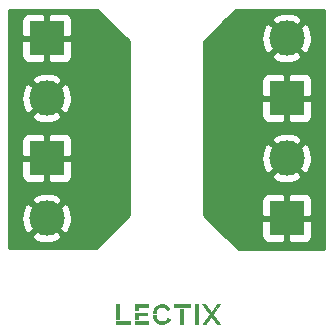
<source format=gtl>
G04 #@! TF.GenerationSoftware,KiCad,Pcbnew,6.0.9-8da3e8f707~116~ubuntu20.04.1*
G04 #@! TF.CreationDate,2023-04-19T17:51:41+00:00*
G04 #@! TF.ProjectId,LEC030301,4c454330-3330-4333-9031-2e6b69636164,rev?*
G04 #@! TF.SameCoordinates,Original*
G04 #@! TF.FileFunction,Copper,L1,Top*
G04 #@! TF.FilePolarity,Positive*
%FSLAX46Y46*%
G04 Gerber Fmt 4.6, Leading zero omitted, Abs format (unit mm)*
G04 Created by KiCad (PCBNEW 6.0.9-8da3e8f707~116~ubuntu20.04.1) date 2023-04-19 17:51:41*
%MOMM*%
%LPD*%
G01*
G04 APERTURE LIST*
G04 #@! TA.AperFunction,EtchedComponent*
%ADD10C,0.010000*%
G04 #@! TD*
G04 #@! TA.AperFunction,ComponentPad*
%ADD11R,3.000000X3.000000*%
G04 #@! TD*
G04 #@! TA.AperFunction,ComponentPad*
%ADD12C,3.000000*%
G04 #@! TD*
G04 #@! TA.AperFunction,Conductor*
%ADD13C,0.254000*%
G04 #@! TD*
G04 APERTURE END LIST*
G04 #@! TO.C,LOGO1*
G36*
X197416304Y-80960092D02*
G01*
X197434850Y-80960188D01*
X197548296Y-80960850D01*
X197242148Y-81379183D01*
X197212064Y-81420298D01*
X197182787Y-81460325D01*
X197154458Y-81499069D01*
X197127217Y-81536338D01*
X197101206Y-81571940D01*
X197076566Y-81605680D01*
X197053436Y-81637366D01*
X197031957Y-81666806D01*
X197012271Y-81693806D01*
X196994518Y-81718172D01*
X196978839Y-81739713D01*
X196965374Y-81758236D01*
X196954265Y-81773546D01*
X196945651Y-81785452D01*
X196939674Y-81793760D01*
X196936474Y-81798277D01*
X196935946Y-81799087D01*
X196937407Y-81801269D01*
X196941707Y-81807370D01*
X196948703Y-81817192D01*
X196958256Y-81830541D01*
X196970224Y-81847220D01*
X196984465Y-81867032D01*
X197000838Y-81889783D01*
X197019202Y-81915275D01*
X197039416Y-81943314D01*
X197061337Y-81973701D01*
X197084825Y-82006243D01*
X197109739Y-82040742D01*
X197135938Y-82077003D01*
X197163279Y-82114829D01*
X197191622Y-82154025D01*
X197220825Y-82194395D01*
X197232671Y-82210766D01*
X197262190Y-82251564D01*
X197290913Y-82291274D01*
X197318699Y-82329701D01*
X197345405Y-82366647D01*
X197370889Y-82401916D01*
X197395010Y-82435310D01*
X197417626Y-82466635D01*
X197438595Y-82495692D01*
X197457775Y-82522285D01*
X197475025Y-82546218D01*
X197490202Y-82567293D01*
X197503164Y-82585315D01*
X197513770Y-82600086D01*
X197521878Y-82611411D01*
X197527346Y-82619091D01*
X197530033Y-82622932D01*
X197530296Y-82623347D01*
X197528016Y-82623981D01*
X197520822Y-82624522D01*
X197508878Y-82624969D01*
X197492349Y-82625317D01*
X197471400Y-82625563D01*
X197446196Y-82625703D01*
X197417266Y-82625734D01*
X197303390Y-82625649D01*
X197062090Y-82291780D01*
X197035526Y-82255037D01*
X197009765Y-82219426D01*
X196984965Y-82185163D01*
X196961283Y-82152466D01*
X196938876Y-82121550D01*
X196917902Y-82092632D01*
X196898517Y-82065929D01*
X196880880Y-82041658D01*
X196865147Y-82020034D01*
X196851475Y-82001274D01*
X196840023Y-81985596D01*
X196830948Y-81973215D01*
X196824406Y-81964347D01*
X196820556Y-81959211D01*
X196819520Y-81957933D01*
X196817906Y-81959950D01*
X196813455Y-81965854D01*
X196806324Y-81975427D01*
X196796674Y-81988455D01*
X196784661Y-82004722D01*
X196770447Y-82024010D01*
X196754188Y-82046106D01*
X196736044Y-82070791D01*
X196716173Y-82097851D01*
X196694734Y-82127070D01*
X196671887Y-82158231D01*
X196647789Y-82191119D01*
X196622600Y-82225518D01*
X196596477Y-82261211D01*
X196575680Y-82289644D01*
X196548925Y-82326214D01*
X196522965Y-82361667D01*
X196497961Y-82395786D01*
X196474072Y-82428355D01*
X196451458Y-82459156D01*
X196430279Y-82487973D01*
X196410693Y-82514589D01*
X196392863Y-82538787D01*
X196376946Y-82560350D01*
X196363102Y-82579061D01*
X196351493Y-82594704D01*
X196342276Y-82607061D01*
X196335613Y-82615916D01*
X196331662Y-82621051D01*
X196330570Y-82622335D01*
X196327574Y-82622529D01*
X196320025Y-82622680D01*
X196308450Y-82622789D01*
X196293375Y-82622853D01*
X196275327Y-82622870D01*
X196254833Y-82622839D01*
X196232419Y-82622759D01*
X196215648Y-82622672D01*
X196103267Y-82622010D01*
X196709225Y-81793970D01*
X196751717Y-81735907D01*
X196793457Y-81678878D01*
X196834343Y-81623019D01*
X196874276Y-81568469D01*
X196913154Y-81515363D01*
X196950878Y-81463839D01*
X196987347Y-81414036D01*
X197022459Y-81366089D01*
X197056115Y-81320136D01*
X197088214Y-81276314D01*
X197118655Y-81234761D01*
X197147338Y-81195614D01*
X197174162Y-81159011D01*
X197199027Y-81125087D01*
X197221832Y-81093981D01*
X197242477Y-81065831D01*
X197260860Y-81040772D01*
X197276882Y-81018943D01*
X197290441Y-81000481D01*
X197301437Y-80985522D01*
X197309771Y-80974205D01*
X197315340Y-80966667D01*
X197318045Y-80963044D01*
X197318294Y-80962728D01*
X197320129Y-80961936D01*
X197324193Y-80961292D01*
X197330860Y-80960789D01*
X197340504Y-80960418D01*
X197353497Y-80960171D01*
X197370212Y-80960039D01*
X197391024Y-80960016D01*
X197416304Y-80960092D01*
G37*
D10*
X197416304Y-80960092D02*
X197434850Y-80960188D01*
X197548296Y-80960850D01*
X197242148Y-81379183D01*
X197212064Y-81420298D01*
X197182787Y-81460325D01*
X197154458Y-81499069D01*
X197127217Y-81536338D01*
X197101206Y-81571940D01*
X197076566Y-81605680D01*
X197053436Y-81637366D01*
X197031957Y-81666806D01*
X197012271Y-81693806D01*
X196994518Y-81718172D01*
X196978839Y-81739713D01*
X196965374Y-81758236D01*
X196954265Y-81773546D01*
X196945651Y-81785452D01*
X196939674Y-81793760D01*
X196936474Y-81798277D01*
X196935946Y-81799087D01*
X196937407Y-81801269D01*
X196941707Y-81807370D01*
X196948703Y-81817192D01*
X196958256Y-81830541D01*
X196970224Y-81847220D01*
X196984465Y-81867032D01*
X197000838Y-81889783D01*
X197019202Y-81915275D01*
X197039416Y-81943314D01*
X197061337Y-81973701D01*
X197084825Y-82006243D01*
X197109739Y-82040742D01*
X197135938Y-82077003D01*
X197163279Y-82114829D01*
X197191622Y-82154025D01*
X197220825Y-82194395D01*
X197232671Y-82210766D01*
X197262190Y-82251564D01*
X197290913Y-82291274D01*
X197318699Y-82329701D01*
X197345405Y-82366647D01*
X197370889Y-82401916D01*
X197395010Y-82435310D01*
X197417626Y-82466635D01*
X197438595Y-82495692D01*
X197457775Y-82522285D01*
X197475025Y-82546218D01*
X197490202Y-82567293D01*
X197503164Y-82585315D01*
X197513770Y-82600086D01*
X197521878Y-82611411D01*
X197527346Y-82619091D01*
X197530033Y-82622932D01*
X197530296Y-82623347D01*
X197528016Y-82623981D01*
X197520822Y-82624522D01*
X197508878Y-82624969D01*
X197492349Y-82625317D01*
X197471400Y-82625563D01*
X197446196Y-82625703D01*
X197417266Y-82625734D01*
X197303390Y-82625649D01*
X197062090Y-82291780D01*
X197035526Y-82255037D01*
X197009765Y-82219426D01*
X196984965Y-82185163D01*
X196961283Y-82152466D01*
X196938876Y-82121550D01*
X196917902Y-82092632D01*
X196898517Y-82065929D01*
X196880880Y-82041658D01*
X196865147Y-82020034D01*
X196851475Y-82001274D01*
X196840023Y-81985596D01*
X196830948Y-81973215D01*
X196824406Y-81964347D01*
X196820556Y-81959211D01*
X196819520Y-81957933D01*
X196817906Y-81959950D01*
X196813455Y-81965854D01*
X196806324Y-81975427D01*
X196796674Y-81988455D01*
X196784661Y-82004722D01*
X196770447Y-82024010D01*
X196754188Y-82046106D01*
X196736044Y-82070791D01*
X196716173Y-82097851D01*
X196694734Y-82127070D01*
X196671887Y-82158231D01*
X196647789Y-82191119D01*
X196622600Y-82225518D01*
X196596477Y-82261211D01*
X196575680Y-82289644D01*
X196548925Y-82326214D01*
X196522965Y-82361667D01*
X196497961Y-82395786D01*
X196474072Y-82428355D01*
X196451458Y-82459156D01*
X196430279Y-82487973D01*
X196410693Y-82514589D01*
X196392863Y-82538787D01*
X196376946Y-82560350D01*
X196363102Y-82579061D01*
X196351493Y-82594704D01*
X196342276Y-82607061D01*
X196335613Y-82615916D01*
X196331662Y-82621051D01*
X196330570Y-82622335D01*
X196327574Y-82622529D01*
X196320025Y-82622680D01*
X196308450Y-82622789D01*
X196293375Y-82622853D01*
X196275327Y-82622870D01*
X196254833Y-82622839D01*
X196232419Y-82622759D01*
X196215648Y-82622672D01*
X196103267Y-82622010D01*
X196709225Y-81793970D01*
X196751717Y-81735907D01*
X196793457Y-81678878D01*
X196834343Y-81623019D01*
X196874276Y-81568469D01*
X196913154Y-81515363D01*
X196950878Y-81463839D01*
X196987347Y-81414036D01*
X197022459Y-81366089D01*
X197056115Y-81320136D01*
X197088214Y-81276314D01*
X197118655Y-81234761D01*
X197147338Y-81195614D01*
X197174162Y-81159011D01*
X197199027Y-81125087D01*
X197221832Y-81093981D01*
X197242477Y-81065831D01*
X197260860Y-81040772D01*
X197276882Y-81018943D01*
X197290441Y-81000481D01*
X197301437Y-80985522D01*
X197309771Y-80974205D01*
X197315340Y-80966667D01*
X197318045Y-80963044D01*
X197318294Y-80962728D01*
X197320129Y-80961936D01*
X197324193Y-80961292D01*
X197330860Y-80960789D01*
X197340504Y-80960418D01*
X197353497Y-80960171D01*
X197370212Y-80960039D01*
X197391024Y-80960016D01*
X197416304Y-80960092D01*
G36*
X192098402Y-81915255D02*
G01*
X192103120Y-81964642D01*
X192112714Y-82013391D01*
X192126988Y-82061126D01*
X192145743Y-82107472D01*
X192168784Y-82152055D01*
X192195913Y-82194500D01*
X192226933Y-82234432D01*
X192261648Y-82271476D01*
X192299860Y-82305258D01*
X192305940Y-82310066D01*
X192346038Y-82338193D01*
X192389345Y-82362754D01*
X192435214Y-82383491D01*
X192482999Y-82400147D01*
X192532054Y-82412466D01*
X192581733Y-82420191D01*
X192583061Y-82420331D01*
X192604417Y-82421812D01*
X192629012Y-82422277D01*
X192655170Y-82421784D01*
X192681216Y-82420393D01*
X192705475Y-82418161D01*
X192725040Y-82415369D01*
X192775420Y-82403968D01*
X192824171Y-82388011D01*
X192870973Y-82367722D01*
X192915506Y-82343326D01*
X192957447Y-82315050D01*
X192996477Y-82283119D01*
X193032275Y-82247757D01*
X193064521Y-82209189D01*
X193092893Y-82167642D01*
X193103459Y-82149570D01*
X193107764Y-82141866D01*
X193110977Y-82136162D01*
X193112419Y-82133660D01*
X193112428Y-82133648D01*
X193114718Y-82134589D01*
X193120966Y-82137586D01*
X193130622Y-82142356D01*
X193143134Y-82148617D01*
X193157950Y-82156087D01*
X193174518Y-82164484D01*
X193192288Y-82173526D01*
X193210709Y-82182930D01*
X193229227Y-82192414D01*
X193247292Y-82201697D01*
X193264353Y-82210496D01*
X193279857Y-82218530D01*
X193293254Y-82225515D01*
X193303992Y-82231170D01*
X193311519Y-82235212D01*
X193315284Y-82237360D01*
X193315579Y-82237574D01*
X193316342Y-82239476D01*
X193315650Y-82242864D01*
X193313236Y-82248246D01*
X193308829Y-82256130D01*
X193302161Y-82267022D01*
X193292963Y-82281432D01*
X193289532Y-82286730D01*
X193253745Y-82337247D01*
X193214233Y-82384456D01*
X193171253Y-82428181D01*
X193125061Y-82468245D01*
X193075915Y-82504473D01*
X193024071Y-82536690D01*
X192969786Y-82564719D01*
X192913317Y-82588386D01*
X192854922Y-82607513D01*
X192801386Y-82620608D01*
X192780451Y-82624715D01*
X192761307Y-82627937D01*
X192742786Y-82630387D01*
X192723721Y-82632177D01*
X192702944Y-82633419D01*
X192679286Y-82634226D01*
X192655190Y-82634665D01*
X192636965Y-82634860D01*
X192620071Y-82634960D01*
X192605281Y-82634966D01*
X192593367Y-82634880D01*
X192585103Y-82634704D01*
X192581530Y-82634485D01*
X192575642Y-82633741D01*
X192566310Y-82632630D01*
X192555138Y-82631341D01*
X192549780Y-82630735D01*
X192494003Y-82622047D01*
X192438007Y-82608574D01*
X192382401Y-82590545D01*
X192327794Y-82568188D01*
X192274797Y-82541731D01*
X192224019Y-82511401D01*
X192215770Y-82505955D01*
X192185798Y-82485098D01*
X192159044Y-82464653D01*
X192133942Y-82443317D01*
X192108927Y-82419790D01*
X192093718Y-82404501D01*
X192051520Y-82357656D01*
X192013616Y-82308179D01*
X191980086Y-82256236D01*
X191951014Y-82201994D01*
X191926482Y-82145618D01*
X191906574Y-82087274D01*
X191891371Y-82027129D01*
X191883187Y-81981477D01*
X191881980Y-81972261D01*
X191880577Y-81959810D01*
X191879087Y-81945307D01*
X191877618Y-81929937D01*
X191876281Y-81914885D01*
X191875185Y-81901334D01*
X191874438Y-81890470D01*
X191874150Y-81883505D01*
X191876602Y-81883107D01*
X191883621Y-81882738D01*
X191894692Y-81882405D01*
X191909304Y-81882119D01*
X191926941Y-81881886D01*
X191947091Y-81881717D01*
X191969241Y-81881620D01*
X191985519Y-81881600D01*
X192096899Y-81881600D01*
X192098402Y-81915255D01*
G37*
X192098402Y-81915255D02*
X192103120Y-81964642D01*
X192112714Y-82013391D01*
X192126988Y-82061126D01*
X192145743Y-82107472D01*
X192168784Y-82152055D01*
X192195913Y-82194500D01*
X192226933Y-82234432D01*
X192261648Y-82271476D01*
X192299860Y-82305258D01*
X192305940Y-82310066D01*
X192346038Y-82338193D01*
X192389345Y-82362754D01*
X192435214Y-82383491D01*
X192482999Y-82400147D01*
X192532054Y-82412466D01*
X192581733Y-82420191D01*
X192583061Y-82420331D01*
X192604417Y-82421812D01*
X192629012Y-82422277D01*
X192655170Y-82421784D01*
X192681216Y-82420393D01*
X192705475Y-82418161D01*
X192725040Y-82415369D01*
X192775420Y-82403968D01*
X192824171Y-82388011D01*
X192870973Y-82367722D01*
X192915506Y-82343326D01*
X192957447Y-82315050D01*
X192996477Y-82283119D01*
X193032275Y-82247757D01*
X193064521Y-82209189D01*
X193092893Y-82167642D01*
X193103459Y-82149570D01*
X193107764Y-82141866D01*
X193110977Y-82136162D01*
X193112419Y-82133660D01*
X193112428Y-82133648D01*
X193114718Y-82134589D01*
X193120966Y-82137586D01*
X193130622Y-82142356D01*
X193143134Y-82148617D01*
X193157950Y-82156087D01*
X193174518Y-82164484D01*
X193192288Y-82173526D01*
X193210709Y-82182930D01*
X193229227Y-82192414D01*
X193247292Y-82201697D01*
X193264353Y-82210496D01*
X193279857Y-82218530D01*
X193293254Y-82225515D01*
X193303992Y-82231170D01*
X193311519Y-82235212D01*
X193315284Y-82237360D01*
X193315579Y-82237574D01*
X193316342Y-82239476D01*
X193315650Y-82242864D01*
X193313236Y-82248246D01*
X193308829Y-82256130D01*
X193302161Y-82267022D01*
X193292963Y-82281432D01*
X193289532Y-82286730D01*
X193253745Y-82337247D01*
X193214233Y-82384456D01*
X193171253Y-82428181D01*
X193125061Y-82468245D01*
X193075915Y-82504473D01*
X193024071Y-82536690D01*
X192969786Y-82564719D01*
X192913317Y-82588386D01*
X192854922Y-82607513D01*
X192801386Y-82620608D01*
X192780451Y-82624715D01*
X192761307Y-82627937D01*
X192742786Y-82630387D01*
X192723721Y-82632177D01*
X192702944Y-82633419D01*
X192679286Y-82634226D01*
X192655190Y-82634665D01*
X192636965Y-82634860D01*
X192620071Y-82634960D01*
X192605281Y-82634966D01*
X192593367Y-82634880D01*
X192585103Y-82634704D01*
X192581530Y-82634485D01*
X192575642Y-82633741D01*
X192566310Y-82632630D01*
X192555138Y-82631341D01*
X192549780Y-82630735D01*
X192494003Y-82622047D01*
X192438007Y-82608574D01*
X192382401Y-82590545D01*
X192327794Y-82568188D01*
X192274797Y-82541731D01*
X192224019Y-82511401D01*
X192215770Y-82505955D01*
X192185798Y-82485098D01*
X192159044Y-82464653D01*
X192133942Y-82443317D01*
X192108927Y-82419790D01*
X192093718Y-82404501D01*
X192051520Y-82357656D01*
X192013616Y-82308179D01*
X191980086Y-82256236D01*
X191951014Y-82201994D01*
X191926482Y-82145618D01*
X191906574Y-82087274D01*
X191891371Y-82027129D01*
X191883187Y-81981477D01*
X191881980Y-81972261D01*
X191880577Y-81959810D01*
X191879087Y-81945307D01*
X191877618Y-81929937D01*
X191876281Y-81914885D01*
X191875185Y-81901334D01*
X191874438Y-81890470D01*
X191874150Y-81883505D01*
X191876602Y-81883107D01*
X191883621Y-81882738D01*
X191894692Y-81882405D01*
X191909304Y-81882119D01*
X191926941Y-81881886D01*
X191947091Y-81881717D01*
X191969241Y-81881620D01*
X191985519Y-81881600D01*
X192096899Y-81881600D01*
X192098402Y-81915255D01*
G36*
X189928500Y-82633440D02*
G01*
X188780420Y-82633440D01*
X188780420Y-82409920D01*
X189928500Y-82409920D01*
X189928500Y-82633440D01*
G37*
X189928500Y-82633440D02*
X188780420Y-82633440D01*
X188780420Y-82409920D01*
X189928500Y-82409920D01*
X189928500Y-82633440D01*
G36*
X191472820Y-81167860D02*
G01*
X190599060Y-81167860D01*
X190599060Y-81480280D01*
X190375540Y-81480280D01*
X190375540Y-80946880D01*
X191472820Y-80946880D01*
X191472820Y-81167860D01*
G37*
X191472820Y-81167860D02*
X190599060Y-81167860D01*
X190599060Y-81480280D01*
X190375540Y-81480280D01*
X190375540Y-80946880D01*
X191472820Y-80946880D01*
X191472820Y-81167860D01*
G36*
X189001400Y-82232120D02*
G01*
X188780420Y-82232120D01*
X188780420Y-80957040D01*
X189001400Y-80957040D01*
X189001400Y-82232120D01*
G37*
X189001400Y-82232120D02*
X188780420Y-82232120D01*
X188780420Y-80957040D01*
X189001400Y-80957040D01*
X189001400Y-82232120D01*
G36*
X195658740Y-82625820D02*
G01*
X195437760Y-82625820D01*
X195437760Y-80954500D01*
X195658740Y-80954500D01*
X195658740Y-82625820D01*
G37*
X195658740Y-82625820D02*
X195437760Y-82625820D01*
X195437760Y-80954500D01*
X195658740Y-80954500D01*
X195658740Y-82625820D01*
G36*
X192666209Y-80951115D02*
G01*
X192687949Y-80951898D01*
X192706476Y-80953135D01*
X192714880Y-80954013D01*
X192776536Y-80964111D01*
X192836482Y-80978858D01*
X192894502Y-80998120D01*
X192950380Y-81021760D01*
X193003901Y-81049642D01*
X193054850Y-81081632D01*
X193103012Y-81117592D01*
X193148171Y-81157388D01*
X193190111Y-81200884D01*
X193228617Y-81247944D01*
X193263475Y-81298433D01*
X193264753Y-81300462D01*
X193270950Y-81310604D01*
X193275873Y-81319176D01*
X193279032Y-81325284D01*
X193279933Y-81328034D01*
X193279927Y-81328046D01*
X193277616Y-81329794D01*
X193271584Y-81333936D01*
X193262376Y-81340116D01*
X193250541Y-81347976D01*
X193236627Y-81357159D01*
X193221181Y-81367308D01*
X193204750Y-81378066D01*
X193187883Y-81389075D01*
X193171127Y-81399979D01*
X193155029Y-81410419D01*
X193140138Y-81420039D01*
X193127000Y-81428482D01*
X193116165Y-81435390D01*
X193108178Y-81440407D01*
X193103588Y-81443174D01*
X193102794Y-81443584D01*
X193099968Y-81442718D01*
X193095905Y-81438095D01*
X193090305Y-81429339D01*
X193087184Y-81423914D01*
X193070089Y-81396428D01*
X193049427Y-81368002D01*
X193026229Y-81339852D01*
X193001528Y-81313197D01*
X192976356Y-81289254D01*
X192964480Y-81279140D01*
X192923846Y-81249172D01*
X192880247Y-81223127D01*
X192834196Y-81201226D01*
X192786208Y-81183690D01*
X192736797Y-81170740D01*
X192696452Y-81163813D01*
X192674946Y-81161768D01*
X192650221Y-81160722D01*
X192623760Y-81160637D01*
X192597045Y-81161480D01*
X192571557Y-81163214D01*
X192548779Y-81165804D01*
X192537826Y-81167603D01*
X192487286Y-81179608D01*
X192438775Y-81196099D01*
X192392534Y-81216857D01*
X192348804Y-81241666D01*
X192307826Y-81270308D01*
X192269841Y-81302566D01*
X192235090Y-81338223D01*
X192203814Y-81377062D01*
X192176252Y-81418864D01*
X192152648Y-81463413D01*
X192133240Y-81510492D01*
X192123199Y-81541621D01*
X192112556Y-81586052D01*
X192105928Y-81632105D01*
X192103432Y-81670145D01*
X192102028Y-81711420D01*
X191881031Y-81711420D01*
X191882507Y-81666335D01*
X191886951Y-81606765D01*
X191896239Y-81548219D01*
X191910196Y-81490945D01*
X191928643Y-81435192D01*
X191951405Y-81381206D01*
X191978306Y-81329239D01*
X192009168Y-81279537D01*
X192043816Y-81232349D01*
X192082073Y-81187923D01*
X192123762Y-81146510D01*
X192168708Y-81108355D01*
X192216733Y-81073709D01*
X192267661Y-81042820D01*
X192321316Y-81015936D01*
X192354200Y-81002046D01*
X192407077Y-80983465D01*
X192461789Y-80968763D01*
X192519205Y-80957716D01*
X192534540Y-80955434D01*
X192550719Y-80953688D01*
X192570782Y-80952339D01*
X192593544Y-80951399D01*
X192617825Y-80950875D01*
X192642441Y-80950777D01*
X192666209Y-80951115D01*
G37*
X192666209Y-80951115D02*
X192687949Y-80951898D01*
X192706476Y-80953135D01*
X192714880Y-80954013D01*
X192776536Y-80964111D01*
X192836482Y-80978858D01*
X192894502Y-80998120D01*
X192950380Y-81021760D01*
X193003901Y-81049642D01*
X193054850Y-81081632D01*
X193103012Y-81117592D01*
X193148171Y-81157388D01*
X193190111Y-81200884D01*
X193228617Y-81247944D01*
X193263475Y-81298433D01*
X193264753Y-81300462D01*
X193270950Y-81310604D01*
X193275873Y-81319176D01*
X193279032Y-81325284D01*
X193279933Y-81328034D01*
X193279927Y-81328046D01*
X193277616Y-81329794D01*
X193271584Y-81333936D01*
X193262376Y-81340116D01*
X193250541Y-81347976D01*
X193236627Y-81357159D01*
X193221181Y-81367308D01*
X193204750Y-81378066D01*
X193187883Y-81389075D01*
X193171127Y-81399979D01*
X193155029Y-81410419D01*
X193140138Y-81420039D01*
X193127000Y-81428482D01*
X193116165Y-81435390D01*
X193108178Y-81440407D01*
X193103588Y-81443174D01*
X193102794Y-81443584D01*
X193099968Y-81442718D01*
X193095905Y-81438095D01*
X193090305Y-81429339D01*
X193087184Y-81423914D01*
X193070089Y-81396428D01*
X193049427Y-81368002D01*
X193026229Y-81339852D01*
X193001528Y-81313197D01*
X192976356Y-81289254D01*
X192964480Y-81279140D01*
X192923846Y-81249172D01*
X192880247Y-81223127D01*
X192834196Y-81201226D01*
X192786208Y-81183690D01*
X192736797Y-81170740D01*
X192696452Y-81163813D01*
X192674946Y-81161768D01*
X192650221Y-81160722D01*
X192623760Y-81160637D01*
X192597045Y-81161480D01*
X192571557Y-81163214D01*
X192548779Y-81165804D01*
X192537826Y-81167603D01*
X192487286Y-81179608D01*
X192438775Y-81196099D01*
X192392534Y-81216857D01*
X192348804Y-81241666D01*
X192307826Y-81270308D01*
X192269841Y-81302566D01*
X192235090Y-81338223D01*
X192203814Y-81377062D01*
X192176252Y-81418864D01*
X192152648Y-81463413D01*
X192133240Y-81510492D01*
X192123199Y-81541621D01*
X192112556Y-81586052D01*
X192105928Y-81632105D01*
X192103432Y-81670145D01*
X192102028Y-81711420D01*
X191881031Y-81711420D01*
X191882507Y-81666335D01*
X191886951Y-81606765D01*
X191896239Y-81548219D01*
X191910196Y-81490945D01*
X191928643Y-81435192D01*
X191951405Y-81381206D01*
X191978306Y-81329239D01*
X192009168Y-81279537D01*
X192043816Y-81232349D01*
X192082073Y-81187923D01*
X192123762Y-81146510D01*
X192168708Y-81108355D01*
X192216733Y-81073709D01*
X192267661Y-81042820D01*
X192321316Y-81015936D01*
X192354200Y-81002046D01*
X192407077Y-80983465D01*
X192461789Y-80968763D01*
X192519205Y-80957716D01*
X192534540Y-80955434D01*
X192550719Y-80953688D01*
X192570782Y-80952339D01*
X192593544Y-80951399D01*
X192617825Y-80950875D01*
X192642441Y-80950777D01*
X192666209Y-80951115D01*
G36*
X194411600Y-82625820D02*
G01*
X194190620Y-82625820D01*
X194190620Y-81343120D01*
X194411600Y-81343120D01*
X194411600Y-82625820D01*
G37*
X194411600Y-82625820D02*
X194190620Y-82625820D01*
X194190620Y-81343120D01*
X194411600Y-81343120D01*
X194411600Y-82625820D01*
G36*
X194990720Y-81175480D02*
G01*
X193621660Y-81175480D01*
X193621660Y-80954500D01*
X194990720Y-80954500D01*
X194990720Y-81175480D01*
G37*
X194990720Y-81175480D02*
X193621660Y-81175480D01*
X193621660Y-80954500D01*
X194990720Y-80954500D01*
X194990720Y-81175480D01*
G36*
X196300968Y-80954500D02*
G01*
X196506269Y-81237044D01*
X196530799Y-81270835D01*
X196554493Y-81303537D01*
X196577180Y-81334909D01*
X196598689Y-81364714D01*
X196618848Y-81392711D01*
X196637487Y-81418663D01*
X196654435Y-81442329D01*
X196669520Y-81463470D01*
X196682571Y-81481848D01*
X196693418Y-81497223D01*
X196701889Y-81509356D01*
X196707814Y-81518009D01*
X196711021Y-81522942D01*
X196711570Y-81524021D01*
X196710129Y-81527001D01*
X196706077Y-81533439D01*
X196699817Y-81542779D01*
X196691755Y-81554461D01*
X196682293Y-81567928D01*
X196671838Y-81582622D01*
X196660793Y-81597984D01*
X196649562Y-81613457D01*
X196638551Y-81628483D01*
X196628162Y-81642504D01*
X196618801Y-81654962D01*
X196610872Y-81665298D01*
X196604779Y-81672955D01*
X196600927Y-81677375D01*
X196599810Y-81678247D01*
X196598071Y-81676223D01*
X196593504Y-81670295D01*
X196586264Y-81660671D01*
X196576502Y-81647561D01*
X196564373Y-81631174D01*
X196550029Y-81611719D01*
X196533625Y-81589405D01*
X196515313Y-81564442D01*
X196495247Y-81537037D01*
X196473579Y-81507402D01*
X196450465Y-81475743D01*
X196426056Y-81442272D01*
X196400506Y-81407196D01*
X196373968Y-81370724D01*
X196346596Y-81333067D01*
X196338190Y-81321493D01*
X196310558Y-81283445D01*
X196283707Y-81246468D01*
X196257789Y-81210772D01*
X196232960Y-81176572D01*
X196209374Y-81144081D01*
X196187186Y-81113511D01*
X196166549Y-81085075D01*
X196147618Y-81058985D01*
X196130548Y-81035456D01*
X196115493Y-81014699D01*
X196102608Y-80996927D01*
X196092047Y-80982354D01*
X196083964Y-80971192D01*
X196078514Y-80963654D01*
X196075851Y-80959952D01*
X196075625Y-80959630D01*
X196074877Y-80958417D01*
X196074715Y-80957412D01*
X196075563Y-80956595D01*
X196077844Y-80955947D01*
X196081981Y-80955449D01*
X196088399Y-80955081D01*
X196097522Y-80954823D01*
X196109772Y-80954655D01*
X196125573Y-80954559D01*
X196145349Y-80954514D01*
X196169525Y-80954500D01*
X196186554Y-80954499D01*
X196300968Y-80954500D01*
G37*
X196300968Y-80954500D02*
X196506269Y-81237044D01*
X196530799Y-81270835D01*
X196554493Y-81303537D01*
X196577180Y-81334909D01*
X196598689Y-81364714D01*
X196618848Y-81392711D01*
X196637487Y-81418663D01*
X196654435Y-81442329D01*
X196669520Y-81463470D01*
X196682571Y-81481848D01*
X196693418Y-81497223D01*
X196701889Y-81509356D01*
X196707814Y-81518009D01*
X196711021Y-81522942D01*
X196711570Y-81524021D01*
X196710129Y-81527001D01*
X196706077Y-81533439D01*
X196699817Y-81542779D01*
X196691755Y-81554461D01*
X196682293Y-81567928D01*
X196671838Y-81582622D01*
X196660793Y-81597984D01*
X196649562Y-81613457D01*
X196638551Y-81628483D01*
X196628162Y-81642504D01*
X196618801Y-81654962D01*
X196610872Y-81665298D01*
X196604779Y-81672955D01*
X196600927Y-81677375D01*
X196599810Y-81678247D01*
X196598071Y-81676223D01*
X196593504Y-81670295D01*
X196586264Y-81660671D01*
X196576502Y-81647561D01*
X196564373Y-81631174D01*
X196550029Y-81611719D01*
X196533625Y-81589405D01*
X196515313Y-81564442D01*
X196495247Y-81537037D01*
X196473579Y-81507402D01*
X196450465Y-81475743D01*
X196426056Y-81442272D01*
X196400506Y-81407196D01*
X196373968Y-81370724D01*
X196346596Y-81333067D01*
X196338190Y-81321493D01*
X196310558Y-81283445D01*
X196283707Y-81246468D01*
X196257789Y-81210772D01*
X196232960Y-81176572D01*
X196209374Y-81144081D01*
X196187186Y-81113511D01*
X196166549Y-81085075D01*
X196147618Y-81058985D01*
X196130548Y-81035456D01*
X196115493Y-81014699D01*
X196102608Y-80996927D01*
X196092047Y-80982354D01*
X196083964Y-80971192D01*
X196078514Y-80963654D01*
X196075851Y-80959952D01*
X196075625Y-80959630D01*
X196074877Y-80958417D01*
X196074715Y-80957412D01*
X196075563Y-80956595D01*
X196077844Y-80955947D01*
X196081981Y-80955449D01*
X196088399Y-80955081D01*
X196097522Y-80954823D01*
X196109772Y-80954655D01*
X196125573Y-80954559D01*
X196145349Y-80954514D01*
X196169525Y-80954500D01*
X196186554Y-80954499D01*
X196300968Y-80954500D01*
G36*
X191358520Y-81889220D02*
G01*
X190599060Y-81889220D01*
X190599060Y-82232120D01*
X190378080Y-82232120D01*
X190378080Y-81665700D01*
X191358520Y-81665700D01*
X191358520Y-81889220D01*
G37*
X191358520Y-81889220D02*
X190599060Y-81889220D01*
X190599060Y-82232120D01*
X190378080Y-82232120D01*
X190378080Y-81665700D01*
X191358520Y-81665700D01*
X191358520Y-81889220D01*
G36*
X191472820Y-82633440D02*
G01*
X190380620Y-82633440D01*
X190380620Y-82409920D01*
X191472820Y-82409920D01*
X191472820Y-82633440D01*
G37*
X191472820Y-82633440D02*
X190380620Y-82633440D01*
X190380620Y-82409920D01*
X191472820Y-82409920D01*
X191472820Y-82633440D01*
G04 #@! TD*
D11*
G04 #@! TO.P,J3,1*
G04 #@! TO.N,/blue*
X203200000Y-73660000D03*
D12*
G04 #@! TO.P,J3,2*
X203200000Y-68580000D03*
G04 #@! TD*
D11*
G04 #@! TO.P,J4,1*
G04 #@! TO.N,/blue*
X203200000Y-63500000D03*
D12*
G04 #@! TO.P,J4,2*
X203200000Y-58420000D03*
G04 #@! TD*
D11*
G04 #@! TO.P,J1,1*
G04 #@! TO.N,/green*
X182880000Y-58420000D03*
D12*
G04 #@! TO.P,J1,2*
X182880000Y-63500000D03*
G04 #@! TD*
D11*
G04 #@! TO.P,J2,1*
G04 #@! TO.N,/green*
X182880000Y-68580000D03*
D12*
G04 #@! TO.P,J2,2*
X182880000Y-73660000D03*
G04 #@! TD*
G04 #@! TO.N,/blue*
D13*
X206350001Y-76273000D02*
X199126381Y-76273000D01*
X198013381Y-75160000D01*
X201061928Y-75160000D01*
X201074188Y-75284482D01*
X201110498Y-75404180D01*
X201169463Y-75514494D01*
X201248815Y-75611185D01*
X201345506Y-75690537D01*
X201455820Y-75749502D01*
X201575518Y-75785812D01*
X201700000Y-75798072D01*
X202914250Y-75795000D01*
X203073000Y-75636250D01*
X203073000Y-73787000D01*
X203327000Y-73787000D01*
X203327000Y-75636250D01*
X203485750Y-75795000D01*
X204700000Y-75798072D01*
X204824482Y-75785812D01*
X204944180Y-75749502D01*
X205054494Y-75690537D01*
X205151185Y-75611185D01*
X205230537Y-75514494D01*
X205289502Y-75404180D01*
X205325812Y-75284482D01*
X205338072Y-75160000D01*
X205335000Y-73945750D01*
X205176250Y-73787000D01*
X203327000Y-73787000D01*
X203073000Y-73787000D01*
X201223750Y-73787000D01*
X201065000Y-73945750D01*
X201061928Y-75160000D01*
X198013381Y-75160000D01*
X196240000Y-73386620D01*
X196240000Y-72160000D01*
X201061928Y-72160000D01*
X201065000Y-73374250D01*
X201223750Y-73533000D01*
X203073000Y-73533000D01*
X203073000Y-71683750D01*
X203327000Y-71683750D01*
X203327000Y-73533000D01*
X205176250Y-73533000D01*
X205335000Y-73374250D01*
X205338072Y-72160000D01*
X205325812Y-72035518D01*
X205289502Y-71915820D01*
X205230537Y-71805506D01*
X205151185Y-71708815D01*
X205054494Y-71629463D01*
X204944180Y-71570498D01*
X204824482Y-71534188D01*
X204700000Y-71521928D01*
X203485750Y-71525000D01*
X203327000Y-71683750D01*
X203073000Y-71683750D01*
X202914250Y-71525000D01*
X201700000Y-71521928D01*
X201575518Y-71534188D01*
X201455820Y-71570498D01*
X201345506Y-71629463D01*
X201248815Y-71708815D01*
X201169463Y-71805506D01*
X201110498Y-71915820D01*
X201074188Y-72035518D01*
X201061928Y-72160000D01*
X196240000Y-72160000D01*
X196240000Y-70071653D01*
X201887952Y-70071653D01*
X202043962Y-70387214D01*
X202418745Y-70578020D01*
X202823551Y-70692044D01*
X203242824Y-70724902D01*
X203660451Y-70675334D01*
X204060383Y-70545243D01*
X204356038Y-70387214D01*
X204512048Y-70071653D01*
X203200000Y-68759605D01*
X201887952Y-70071653D01*
X196240000Y-70071653D01*
X196240000Y-68622824D01*
X201055098Y-68622824D01*
X201104666Y-69040451D01*
X201234757Y-69440383D01*
X201392786Y-69736038D01*
X201708347Y-69892048D01*
X203020395Y-68580000D01*
X203379605Y-68580000D01*
X204691653Y-69892048D01*
X205007214Y-69736038D01*
X205198020Y-69361255D01*
X205312044Y-68956449D01*
X205344902Y-68537176D01*
X205295334Y-68119549D01*
X205165243Y-67719617D01*
X205007214Y-67423962D01*
X204691653Y-67267952D01*
X203379605Y-68580000D01*
X203020395Y-68580000D01*
X201708347Y-67267952D01*
X201392786Y-67423962D01*
X201201980Y-67798745D01*
X201087956Y-68203551D01*
X201055098Y-68622824D01*
X196240000Y-68622824D01*
X196240000Y-67088347D01*
X201887952Y-67088347D01*
X203200000Y-68400395D01*
X204512048Y-67088347D01*
X204356038Y-66772786D01*
X203981255Y-66581980D01*
X203576449Y-66467956D01*
X203157176Y-66435098D01*
X202739549Y-66484666D01*
X202339617Y-66614757D01*
X202043962Y-66772786D01*
X201887952Y-67088347D01*
X196240000Y-67088347D01*
X196240000Y-65000000D01*
X201061928Y-65000000D01*
X201074188Y-65124482D01*
X201110498Y-65244180D01*
X201169463Y-65354494D01*
X201248815Y-65451185D01*
X201345506Y-65530537D01*
X201455820Y-65589502D01*
X201575518Y-65625812D01*
X201700000Y-65638072D01*
X202914250Y-65635000D01*
X203073000Y-65476250D01*
X203073000Y-63627000D01*
X203327000Y-63627000D01*
X203327000Y-65476250D01*
X203485750Y-65635000D01*
X204700000Y-65638072D01*
X204824482Y-65625812D01*
X204944180Y-65589502D01*
X205054494Y-65530537D01*
X205151185Y-65451185D01*
X205230537Y-65354494D01*
X205289502Y-65244180D01*
X205325812Y-65124482D01*
X205338072Y-65000000D01*
X205335000Y-63785750D01*
X205176250Y-63627000D01*
X203327000Y-63627000D01*
X203073000Y-63627000D01*
X201223750Y-63627000D01*
X201065000Y-63785750D01*
X201061928Y-65000000D01*
X196240000Y-65000000D01*
X196240000Y-62000000D01*
X201061928Y-62000000D01*
X201065000Y-63214250D01*
X201223750Y-63373000D01*
X203073000Y-63373000D01*
X203073000Y-61523750D01*
X203327000Y-61523750D01*
X203327000Y-63373000D01*
X205176250Y-63373000D01*
X205335000Y-63214250D01*
X205338072Y-62000000D01*
X205325812Y-61875518D01*
X205289502Y-61755820D01*
X205230537Y-61645506D01*
X205151185Y-61548815D01*
X205054494Y-61469463D01*
X204944180Y-61410498D01*
X204824482Y-61374188D01*
X204700000Y-61361928D01*
X203485750Y-61365000D01*
X203327000Y-61523750D01*
X203073000Y-61523750D01*
X202914250Y-61365000D01*
X201700000Y-61361928D01*
X201575518Y-61374188D01*
X201455820Y-61410498D01*
X201345506Y-61469463D01*
X201248815Y-61548815D01*
X201169463Y-61645506D01*
X201110498Y-61755820D01*
X201074188Y-61875518D01*
X201061928Y-62000000D01*
X196240000Y-62000000D01*
X196240000Y-59911653D01*
X201887952Y-59911653D01*
X202043962Y-60227214D01*
X202418745Y-60418020D01*
X202823551Y-60532044D01*
X203242824Y-60564902D01*
X203660451Y-60515334D01*
X204060383Y-60385243D01*
X204356038Y-60227214D01*
X204512048Y-59911653D01*
X203200000Y-58599605D01*
X201887952Y-59911653D01*
X196240000Y-59911653D01*
X196240000Y-58693380D01*
X196470556Y-58462824D01*
X201055098Y-58462824D01*
X201104666Y-58880451D01*
X201234757Y-59280383D01*
X201392786Y-59576038D01*
X201708347Y-59732048D01*
X203020395Y-58420000D01*
X203379605Y-58420000D01*
X204691653Y-59732048D01*
X205007214Y-59576038D01*
X205198020Y-59201255D01*
X205312044Y-58796449D01*
X205344902Y-58377176D01*
X205295334Y-57959549D01*
X205165243Y-57559617D01*
X205007214Y-57263962D01*
X204691653Y-57107952D01*
X203379605Y-58420000D01*
X203020395Y-58420000D01*
X201708347Y-57107952D01*
X201392786Y-57263962D01*
X201201980Y-57638745D01*
X201087956Y-58043551D01*
X201055098Y-58462824D01*
X196470556Y-58462824D01*
X198005033Y-56928347D01*
X201887952Y-56928347D01*
X203200000Y-58240395D01*
X204512048Y-56928347D01*
X204356038Y-56612786D01*
X203981255Y-56421980D01*
X203576449Y-56307956D01*
X203157176Y-56275098D01*
X202739549Y-56324666D01*
X202339617Y-56454757D01*
X202043962Y-56612786D01*
X201887952Y-56928347D01*
X198005033Y-56928347D01*
X198926381Y-56007000D01*
X206350000Y-56007000D01*
X206350001Y-76273000D01*
X206350001Y-76273000D02*
X206350000Y-56007000D01*
G04 #@! TA.AperFunction,Conductor*
G36*
X206350001Y-76273000D02*
G01*
X199126381Y-76273000D01*
X198013381Y-75160000D01*
X201061928Y-75160000D01*
X201074188Y-75284482D01*
X201110498Y-75404180D01*
X201169463Y-75514494D01*
X201248815Y-75611185D01*
X201345506Y-75690537D01*
X201455820Y-75749502D01*
X201575518Y-75785812D01*
X201700000Y-75798072D01*
X202914250Y-75795000D01*
X203073000Y-75636250D01*
X203073000Y-73787000D01*
X203327000Y-73787000D01*
X203327000Y-75636250D01*
X203485750Y-75795000D01*
X204700000Y-75798072D01*
X204824482Y-75785812D01*
X204944180Y-75749502D01*
X205054494Y-75690537D01*
X205151185Y-75611185D01*
X205230537Y-75514494D01*
X205289502Y-75404180D01*
X205325812Y-75284482D01*
X205338072Y-75160000D01*
X205335000Y-73945750D01*
X205176250Y-73787000D01*
X203327000Y-73787000D01*
X203073000Y-73787000D01*
X201223750Y-73787000D01*
X201065000Y-73945750D01*
X201061928Y-75160000D01*
X198013381Y-75160000D01*
X196240000Y-73386620D01*
X196240000Y-72160000D01*
X201061928Y-72160000D01*
X201065000Y-73374250D01*
X201223750Y-73533000D01*
X203073000Y-73533000D01*
X203073000Y-71683750D01*
X203327000Y-71683750D01*
X203327000Y-73533000D01*
X205176250Y-73533000D01*
X205335000Y-73374250D01*
X205338072Y-72160000D01*
X205325812Y-72035518D01*
X205289502Y-71915820D01*
X205230537Y-71805506D01*
X205151185Y-71708815D01*
X205054494Y-71629463D01*
X204944180Y-71570498D01*
X204824482Y-71534188D01*
X204700000Y-71521928D01*
X203485750Y-71525000D01*
X203327000Y-71683750D01*
X203073000Y-71683750D01*
X202914250Y-71525000D01*
X201700000Y-71521928D01*
X201575518Y-71534188D01*
X201455820Y-71570498D01*
X201345506Y-71629463D01*
X201248815Y-71708815D01*
X201169463Y-71805506D01*
X201110498Y-71915820D01*
X201074188Y-72035518D01*
X201061928Y-72160000D01*
X196240000Y-72160000D01*
X196240000Y-70071653D01*
X201887952Y-70071653D01*
X202043962Y-70387214D01*
X202418745Y-70578020D01*
X202823551Y-70692044D01*
X203242824Y-70724902D01*
X203660451Y-70675334D01*
X204060383Y-70545243D01*
X204356038Y-70387214D01*
X204512048Y-70071653D01*
X203200000Y-68759605D01*
X201887952Y-70071653D01*
X196240000Y-70071653D01*
X196240000Y-68622824D01*
X201055098Y-68622824D01*
X201104666Y-69040451D01*
X201234757Y-69440383D01*
X201392786Y-69736038D01*
X201708347Y-69892048D01*
X203020395Y-68580000D01*
X203379605Y-68580000D01*
X204691653Y-69892048D01*
X205007214Y-69736038D01*
X205198020Y-69361255D01*
X205312044Y-68956449D01*
X205344902Y-68537176D01*
X205295334Y-68119549D01*
X205165243Y-67719617D01*
X205007214Y-67423962D01*
X204691653Y-67267952D01*
X203379605Y-68580000D01*
X203020395Y-68580000D01*
X201708347Y-67267952D01*
X201392786Y-67423962D01*
X201201980Y-67798745D01*
X201087956Y-68203551D01*
X201055098Y-68622824D01*
X196240000Y-68622824D01*
X196240000Y-67088347D01*
X201887952Y-67088347D01*
X203200000Y-68400395D01*
X204512048Y-67088347D01*
X204356038Y-66772786D01*
X203981255Y-66581980D01*
X203576449Y-66467956D01*
X203157176Y-66435098D01*
X202739549Y-66484666D01*
X202339617Y-66614757D01*
X202043962Y-66772786D01*
X201887952Y-67088347D01*
X196240000Y-67088347D01*
X196240000Y-65000000D01*
X201061928Y-65000000D01*
X201074188Y-65124482D01*
X201110498Y-65244180D01*
X201169463Y-65354494D01*
X201248815Y-65451185D01*
X201345506Y-65530537D01*
X201455820Y-65589502D01*
X201575518Y-65625812D01*
X201700000Y-65638072D01*
X202914250Y-65635000D01*
X203073000Y-65476250D01*
X203073000Y-63627000D01*
X203327000Y-63627000D01*
X203327000Y-65476250D01*
X203485750Y-65635000D01*
X204700000Y-65638072D01*
X204824482Y-65625812D01*
X204944180Y-65589502D01*
X205054494Y-65530537D01*
X205151185Y-65451185D01*
X205230537Y-65354494D01*
X205289502Y-65244180D01*
X205325812Y-65124482D01*
X205338072Y-65000000D01*
X205335000Y-63785750D01*
X205176250Y-63627000D01*
X203327000Y-63627000D01*
X203073000Y-63627000D01*
X201223750Y-63627000D01*
X201065000Y-63785750D01*
X201061928Y-65000000D01*
X196240000Y-65000000D01*
X196240000Y-62000000D01*
X201061928Y-62000000D01*
X201065000Y-63214250D01*
X201223750Y-63373000D01*
X203073000Y-63373000D01*
X203073000Y-61523750D01*
X203327000Y-61523750D01*
X203327000Y-63373000D01*
X205176250Y-63373000D01*
X205335000Y-63214250D01*
X205338072Y-62000000D01*
X205325812Y-61875518D01*
X205289502Y-61755820D01*
X205230537Y-61645506D01*
X205151185Y-61548815D01*
X205054494Y-61469463D01*
X204944180Y-61410498D01*
X204824482Y-61374188D01*
X204700000Y-61361928D01*
X203485750Y-61365000D01*
X203327000Y-61523750D01*
X203073000Y-61523750D01*
X202914250Y-61365000D01*
X201700000Y-61361928D01*
X201575518Y-61374188D01*
X201455820Y-61410498D01*
X201345506Y-61469463D01*
X201248815Y-61548815D01*
X201169463Y-61645506D01*
X201110498Y-61755820D01*
X201074188Y-61875518D01*
X201061928Y-62000000D01*
X196240000Y-62000000D01*
X196240000Y-59911653D01*
X201887952Y-59911653D01*
X202043962Y-60227214D01*
X202418745Y-60418020D01*
X202823551Y-60532044D01*
X203242824Y-60564902D01*
X203660451Y-60515334D01*
X204060383Y-60385243D01*
X204356038Y-60227214D01*
X204512048Y-59911653D01*
X203200000Y-58599605D01*
X201887952Y-59911653D01*
X196240000Y-59911653D01*
X196240000Y-58693380D01*
X196470556Y-58462824D01*
X201055098Y-58462824D01*
X201104666Y-58880451D01*
X201234757Y-59280383D01*
X201392786Y-59576038D01*
X201708347Y-59732048D01*
X203020395Y-58420000D01*
X203379605Y-58420000D01*
X204691653Y-59732048D01*
X205007214Y-59576038D01*
X205198020Y-59201255D01*
X205312044Y-58796449D01*
X205344902Y-58377176D01*
X205295334Y-57959549D01*
X205165243Y-57559617D01*
X205007214Y-57263962D01*
X204691653Y-57107952D01*
X203379605Y-58420000D01*
X203020395Y-58420000D01*
X201708347Y-57107952D01*
X201392786Y-57263962D01*
X201201980Y-57638745D01*
X201087956Y-58043551D01*
X201055098Y-58462824D01*
X196470556Y-58462824D01*
X198005033Y-56928347D01*
X201887952Y-56928347D01*
X203200000Y-58240395D01*
X204512048Y-56928347D01*
X204356038Y-56612786D01*
X203981255Y-56421980D01*
X203576449Y-56307956D01*
X203157176Y-56275098D01*
X202739549Y-56324666D01*
X202339617Y-56454757D01*
X202043962Y-56612786D01*
X201887952Y-56928347D01*
X198005033Y-56928347D01*
X198926381Y-56007000D01*
X206350000Y-56007000D01*
X206350001Y-76273000D01*
G37*
G04 #@! TD.AperFunction*
G04 #@! TD*
G04 #@! TO.N,/green*
X189840001Y-58693382D02*
X189840000Y-73386619D01*
X187053620Y-76173000D01*
X179730000Y-76173000D01*
X179730000Y-75151653D01*
X181567952Y-75151653D01*
X181723962Y-75467214D01*
X182098745Y-75658020D01*
X182503551Y-75772044D01*
X182922824Y-75804902D01*
X183340451Y-75755334D01*
X183740383Y-75625243D01*
X184036038Y-75467214D01*
X184192048Y-75151653D01*
X182880000Y-73839605D01*
X181567952Y-75151653D01*
X179730000Y-75151653D01*
X179730000Y-73702824D01*
X180735098Y-73702824D01*
X180784666Y-74120451D01*
X180914757Y-74520383D01*
X181072786Y-74816038D01*
X181388347Y-74972048D01*
X182700395Y-73660000D01*
X183059605Y-73660000D01*
X184371653Y-74972048D01*
X184687214Y-74816038D01*
X184878020Y-74441255D01*
X184992044Y-74036449D01*
X185024902Y-73617176D01*
X184975334Y-73199549D01*
X184845243Y-72799617D01*
X184687214Y-72503962D01*
X184371653Y-72347952D01*
X183059605Y-73660000D01*
X182700395Y-73660000D01*
X181388347Y-72347952D01*
X181072786Y-72503962D01*
X180881980Y-72878745D01*
X180767956Y-73283551D01*
X180735098Y-73702824D01*
X179730000Y-73702824D01*
X179730000Y-72168347D01*
X181567952Y-72168347D01*
X182880000Y-73480395D01*
X184192048Y-72168347D01*
X184036038Y-71852786D01*
X183661255Y-71661980D01*
X183256449Y-71547956D01*
X182837176Y-71515098D01*
X182419549Y-71564666D01*
X182019617Y-71694757D01*
X181723962Y-71852786D01*
X181567952Y-72168347D01*
X179730000Y-72168347D01*
X179730000Y-70080000D01*
X180741928Y-70080000D01*
X180754188Y-70204482D01*
X180790498Y-70324180D01*
X180849463Y-70434494D01*
X180928815Y-70531185D01*
X181025506Y-70610537D01*
X181135820Y-70669502D01*
X181255518Y-70705812D01*
X181380000Y-70718072D01*
X182594250Y-70715000D01*
X182753000Y-70556250D01*
X182753000Y-68707000D01*
X183007000Y-68707000D01*
X183007000Y-70556250D01*
X183165750Y-70715000D01*
X184380000Y-70718072D01*
X184504482Y-70705812D01*
X184624180Y-70669502D01*
X184734494Y-70610537D01*
X184831185Y-70531185D01*
X184910537Y-70434494D01*
X184969502Y-70324180D01*
X185005812Y-70204482D01*
X185018072Y-70080000D01*
X185015000Y-68865750D01*
X184856250Y-68707000D01*
X183007000Y-68707000D01*
X182753000Y-68707000D01*
X180903750Y-68707000D01*
X180745000Y-68865750D01*
X180741928Y-70080000D01*
X179730000Y-70080000D01*
X179730000Y-67080000D01*
X180741928Y-67080000D01*
X180745000Y-68294250D01*
X180903750Y-68453000D01*
X182753000Y-68453000D01*
X182753000Y-66603750D01*
X183007000Y-66603750D01*
X183007000Y-68453000D01*
X184856250Y-68453000D01*
X185015000Y-68294250D01*
X185018072Y-67080000D01*
X185005812Y-66955518D01*
X184969502Y-66835820D01*
X184910537Y-66725506D01*
X184831185Y-66628815D01*
X184734494Y-66549463D01*
X184624180Y-66490498D01*
X184504482Y-66454188D01*
X184380000Y-66441928D01*
X183165750Y-66445000D01*
X183007000Y-66603750D01*
X182753000Y-66603750D01*
X182594250Y-66445000D01*
X181380000Y-66441928D01*
X181255518Y-66454188D01*
X181135820Y-66490498D01*
X181025506Y-66549463D01*
X180928815Y-66628815D01*
X180849463Y-66725506D01*
X180790498Y-66835820D01*
X180754188Y-66955518D01*
X180741928Y-67080000D01*
X179730000Y-67080000D01*
X179730000Y-64991653D01*
X181567952Y-64991653D01*
X181723962Y-65307214D01*
X182098745Y-65498020D01*
X182503551Y-65612044D01*
X182922824Y-65644902D01*
X183340451Y-65595334D01*
X183740383Y-65465243D01*
X184036038Y-65307214D01*
X184192048Y-64991653D01*
X182880000Y-63679605D01*
X181567952Y-64991653D01*
X179730000Y-64991653D01*
X179730000Y-63542824D01*
X180735098Y-63542824D01*
X180784666Y-63960451D01*
X180914757Y-64360383D01*
X181072786Y-64656038D01*
X181388347Y-64812048D01*
X182700395Y-63500000D01*
X183059605Y-63500000D01*
X184371653Y-64812048D01*
X184687214Y-64656038D01*
X184878020Y-64281255D01*
X184992044Y-63876449D01*
X185024902Y-63457176D01*
X184975334Y-63039549D01*
X184845243Y-62639617D01*
X184687214Y-62343962D01*
X184371653Y-62187952D01*
X183059605Y-63500000D01*
X182700395Y-63500000D01*
X181388347Y-62187952D01*
X181072786Y-62343962D01*
X180881980Y-62718745D01*
X180767956Y-63123551D01*
X180735098Y-63542824D01*
X179730000Y-63542824D01*
X179730000Y-62008347D01*
X181567952Y-62008347D01*
X182880000Y-63320395D01*
X184192048Y-62008347D01*
X184036038Y-61692786D01*
X183661255Y-61501980D01*
X183256449Y-61387956D01*
X182837176Y-61355098D01*
X182419549Y-61404666D01*
X182019617Y-61534757D01*
X181723962Y-61692786D01*
X181567952Y-62008347D01*
X179730000Y-62008347D01*
X179730000Y-59920000D01*
X180741928Y-59920000D01*
X180754188Y-60044482D01*
X180790498Y-60164180D01*
X180849463Y-60274494D01*
X180928815Y-60371185D01*
X181025506Y-60450537D01*
X181135820Y-60509502D01*
X181255518Y-60545812D01*
X181380000Y-60558072D01*
X182594250Y-60555000D01*
X182753000Y-60396250D01*
X182753000Y-58547000D01*
X183007000Y-58547000D01*
X183007000Y-60396250D01*
X183165750Y-60555000D01*
X184380000Y-60558072D01*
X184504482Y-60545812D01*
X184624180Y-60509502D01*
X184734494Y-60450537D01*
X184831185Y-60371185D01*
X184910537Y-60274494D01*
X184969502Y-60164180D01*
X185005812Y-60044482D01*
X185018072Y-59920000D01*
X185015000Y-58705750D01*
X184856250Y-58547000D01*
X183007000Y-58547000D01*
X182753000Y-58547000D01*
X180903750Y-58547000D01*
X180745000Y-58705750D01*
X180741928Y-59920000D01*
X179730000Y-59920000D01*
X179730000Y-56920000D01*
X180741928Y-56920000D01*
X180745000Y-58134250D01*
X180903750Y-58293000D01*
X182753000Y-58293000D01*
X182753000Y-56443750D01*
X183007000Y-56443750D01*
X183007000Y-58293000D01*
X184856250Y-58293000D01*
X185015000Y-58134250D01*
X185018072Y-56920000D01*
X185005812Y-56795518D01*
X184969502Y-56675820D01*
X184910537Y-56565506D01*
X184831185Y-56468815D01*
X184734494Y-56389463D01*
X184624180Y-56330498D01*
X184504482Y-56294188D01*
X184380000Y-56281928D01*
X183165750Y-56285000D01*
X183007000Y-56443750D01*
X182753000Y-56443750D01*
X182594250Y-56285000D01*
X181380000Y-56281928D01*
X181255518Y-56294188D01*
X181135820Y-56330498D01*
X181025506Y-56389463D01*
X180928815Y-56468815D01*
X180849463Y-56565506D01*
X180790498Y-56675820D01*
X180754188Y-56795518D01*
X180741928Y-56920000D01*
X179730000Y-56920000D01*
X179730000Y-56007000D01*
X187153620Y-56007000D01*
X189840001Y-58693382D01*
X189840001Y-58693382D02*
X187153620Y-56007000D01*
G04 #@! TA.AperFunction,Conductor*
G36*
X189840001Y-58693382D02*
G01*
X189840000Y-73386619D01*
X187053620Y-76173000D01*
X179730000Y-76173000D01*
X179730000Y-75151653D01*
X181567952Y-75151653D01*
X181723962Y-75467214D01*
X182098745Y-75658020D01*
X182503551Y-75772044D01*
X182922824Y-75804902D01*
X183340451Y-75755334D01*
X183740383Y-75625243D01*
X184036038Y-75467214D01*
X184192048Y-75151653D01*
X182880000Y-73839605D01*
X181567952Y-75151653D01*
X179730000Y-75151653D01*
X179730000Y-73702824D01*
X180735098Y-73702824D01*
X180784666Y-74120451D01*
X180914757Y-74520383D01*
X181072786Y-74816038D01*
X181388347Y-74972048D01*
X182700395Y-73660000D01*
X183059605Y-73660000D01*
X184371653Y-74972048D01*
X184687214Y-74816038D01*
X184878020Y-74441255D01*
X184992044Y-74036449D01*
X185024902Y-73617176D01*
X184975334Y-73199549D01*
X184845243Y-72799617D01*
X184687214Y-72503962D01*
X184371653Y-72347952D01*
X183059605Y-73660000D01*
X182700395Y-73660000D01*
X181388347Y-72347952D01*
X181072786Y-72503962D01*
X180881980Y-72878745D01*
X180767956Y-73283551D01*
X180735098Y-73702824D01*
X179730000Y-73702824D01*
X179730000Y-72168347D01*
X181567952Y-72168347D01*
X182880000Y-73480395D01*
X184192048Y-72168347D01*
X184036038Y-71852786D01*
X183661255Y-71661980D01*
X183256449Y-71547956D01*
X182837176Y-71515098D01*
X182419549Y-71564666D01*
X182019617Y-71694757D01*
X181723962Y-71852786D01*
X181567952Y-72168347D01*
X179730000Y-72168347D01*
X179730000Y-70080000D01*
X180741928Y-70080000D01*
X180754188Y-70204482D01*
X180790498Y-70324180D01*
X180849463Y-70434494D01*
X180928815Y-70531185D01*
X181025506Y-70610537D01*
X181135820Y-70669502D01*
X181255518Y-70705812D01*
X181380000Y-70718072D01*
X182594250Y-70715000D01*
X182753000Y-70556250D01*
X182753000Y-68707000D01*
X183007000Y-68707000D01*
X183007000Y-70556250D01*
X183165750Y-70715000D01*
X184380000Y-70718072D01*
X184504482Y-70705812D01*
X184624180Y-70669502D01*
X184734494Y-70610537D01*
X184831185Y-70531185D01*
X184910537Y-70434494D01*
X184969502Y-70324180D01*
X185005812Y-70204482D01*
X185018072Y-70080000D01*
X185015000Y-68865750D01*
X184856250Y-68707000D01*
X183007000Y-68707000D01*
X182753000Y-68707000D01*
X180903750Y-68707000D01*
X180745000Y-68865750D01*
X180741928Y-70080000D01*
X179730000Y-70080000D01*
X179730000Y-67080000D01*
X180741928Y-67080000D01*
X180745000Y-68294250D01*
X180903750Y-68453000D01*
X182753000Y-68453000D01*
X182753000Y-66603750D01*
X183007000Y-66603750D01*
X183007000Y-68453000D01*
X184856250Y-68453000D01*
X185015000Y-68294250D01*
X185018072Y-67080000D01*
X185005812Y-66955518D01*
X184969502Y-66835820D01*
X184910537Y-66725506D01*
X184831185Y-66628815D01*
X184734494Y-66549463D01*
X184624180Y-66490498D01*
X184504482Y-66454188D01*
X184380000Y-66441928D01*
X183165750Y-66445000D01*
X183007000Y-66603750D01*
X182753000Y-66603750D01*
X182594250Y-66445000D01*
X181380000Y-66441928D01*
X181255518Y-66454188D01*
X181135820Y-66490498D01*
X181025506Y-66549463D01*
X180928815Y-66628815D01*
X180849463Y-66725506D01*
X180790498Y-66835820D01*
X180754188Y-66955518D01*
X180741928Y-67080000D01*
X179730000Y-67080000D01*
X179730000Y-64991653D01*
X181567952Y-64991653D01*
X181723962Y-65307214D01*
X182098745Y-65498020D01*
X182503551Y-65612044D01*
X182922824Y-65644902D01*
X183340451Y-65595334D01*
X183740383Y-65465243D01*
X184036038Y-65307214D01*
X184192048Y-64991653D01*
X182880000Y-63679605D01*
X181567952Y-64991653D01*
X179730000Y-64991653D01*
X179730000Y-63542824D01*
X180735098Y-63542824D01*
X180784666Y-63960451D01*
X180914757Y-64360383D01*
X181072786Y-64656038D01*
X181388347Y-64812048D01*
X182700395Y-63500000D01*
X183059605Y-63500000D01*
X184371653Y-64812048D01*
X184687214Y-64656038D01*
X184878020Y-64281255D01*
X184992044Y-63876449D01*
X185024902Y-63457176D01*
X184975334Y-63039549D01*
X184845243Y-62639617D01*
X184687214Y-62343962D01*
X184371653Y-62187952D01*
X183059605Y-63500000D01*
X182700395Y-63500000D01*
X181388347Y-62187952D01*
X181072786Y-62343962D01*
X180881980Y-62718745D01*
X180767956Y-63123551D01*
X180735098Y-63542824D01*
X179730000Y-63542824D01*
X179730000Y-62008347D01*
X181567952Y-62008347D01*
X182880000Y-63320395D01*
X184192048Y-62008347D01*
X184036038Y-61692786D01*
X183661255Y-61501980D01*
X183256449Y-61387956D01*
X182837176Y-61355098D01*
X182419549Y-61404666D01*
X182019617Y-61534757D01*
X181723962Y-61692786D01*
X181567952Y-62008347D01*
X179730000Y-62008347D01*
X179730000Y-59920000D01*
X180741928Y-59920000D01*
X180754188Y-60044482D01*
X180790498Y-60164180D01*
X180849463Y-60274494D01*
X180928815Y-60371185D01*
X181025506Y-60450537D01*
X181135820Y-60509502D01*
X181255518Y-60545812D01*
X181380000Y-60558072D01*
X182594250Y-60555000D01*
X182753000Y-60396250D01*
X182753000Y-58547000D01*
X183007000Y-58547000D01*
X183007000Y-60396250D01*
X183165750Y-60555000D01*
X184380000Y-60558072D01*
X184504482Y-60545812D01*
X184624180Y-60509502D01*
X184734494Y-60450537D01*
X184831185Y-60371185D01*
X184910537Y-60274494D01*
X184969502Y-60164180D01*
X185005812Y-60044482D01*
X185018072Y-59920000D01*
X185015000Y-58705750D01*
X184856250Y-58547000D01*
X183007000Y-58547000D01*
X182753000Y-58547000D01*
X180903750Y-58547000D01*
X180745000Y-58705750D01*
X180741928Y-59920000D01*
X179730000Y-59920000D01*
X179730000Y-56920000D01*
X180741928Y-56920000D01*
X180745000Y-58134250D01*
X180903750Y-58293000D01*
X182753000Y-58293000D01*
X182753000Y-56443750D01*
X183007000Y-56443750D01*
X183007000Y-58293000D01*
X184856250Y-58293000D01*
X185015000Y-58134250D01*
X185018072Y-56920000D01*
X185005812Y-56795518D01*
X184969502Y-56675820D01*
X184910537Y-56565506D01*
X184831185Y-56468815D01*
X184734494Y-56389463D01*
X184624180Y-56330498D01*
X184504482Y-56294188D01*
X184380000Y-56281928D01*
X183165750Y-56285000D01*
X183007000Y-56443750D01*
X182753000Y-56443750D01*
X182594250Y-56285000D01*
X181380000Y-56281928D01*
X181255518Y-56294188D01*
X181135820Y-56330498D01*
X181025506Y-56389463D01*
X180928815Y-56468815D01*
X180849463Y-56565506D01*
X180790498Y-56675820D01*
X180754188Y-56795518D01*
X180741928Y-56920000D01*
X179730000Y-56920000D01*
X179730000Y-56007000D01*
X187153620Y-56007000D01*
X189840001Y-58693382D01*
G37*
G04 #@! TD.AperFunction*
G04 #@! TD*
M02*

</source>
